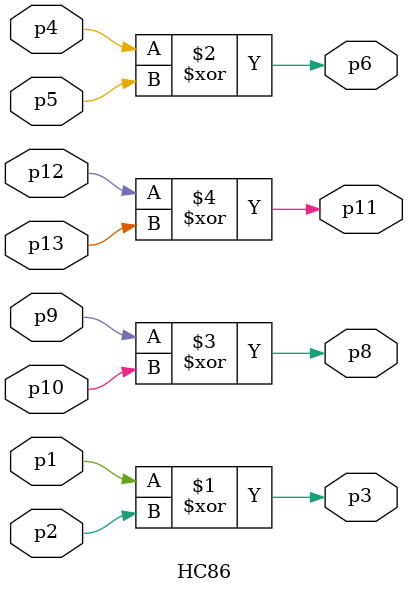
<source format=v>

module HC86(
    input wire p1,p2,
    input wire p4,p5,
    input wire p9,p10,
    input wire p12,p13,
    output wire p3,p6,p8,p11
);

assign p3=p1 ^ p2;
assign p6=p4 ^ p5;
assign p8=p9 ^ p10;
assign p11=p12 ^ p13;

endmodule
</source>
